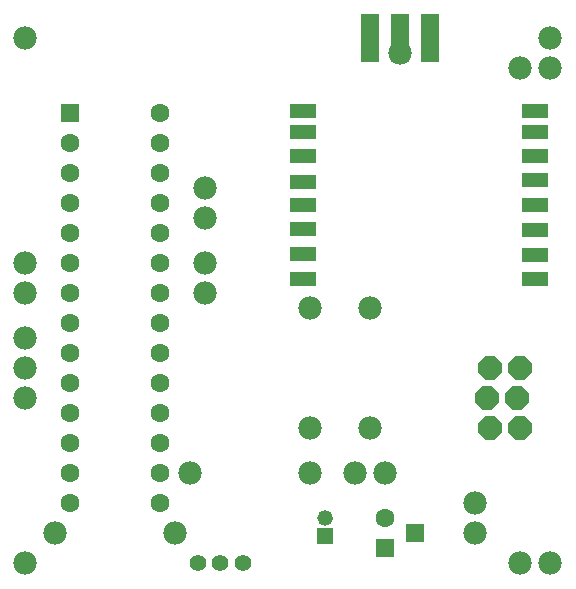
<source format=gts>
G75*
G70*
%OFA0B0*%
%FSLAX24Y24*%
%IPPOS*%
%LPD*%
%AMOC8*
5,1,8,0,0,1.08239X$1,22.5*
%
%ADD10R,0.0900X0.0460*%
%ADD11C,0.0555*%
%ADD12OC8,0.0780*%
%ADD13R,0.0640X0.1640*%
%ADD14C,0.0780*%
%ADD15R,0.0630X0.0630*%
%ADD16C,0.0630*%
%ADD17R,0.0520X0.0520*%
%ADD18C,0.0520*%
D10*
X010943Y011643D03*
X010943Y012481D03*
X010943Y013331D03*
X010943Y014118D03*
X010943Y014905D03*
X010943Y015755D03*
X010943Y016543D03*
X010943Y017268D03*
X018680Y017268D03*
X018680Y016543D03*
X018680Y015755D03*
X018680Y014968D03*
X018680Y014118D03*
X018680Y013293D03*
X018680Y012456D03*
X018680Y011668D03*
D11*
X008930Y002180D03*
X008180Y002180D03*
X007430Y002180D03*
D12*
X017080Y007680D03*
X017180Y006680D03*
X018080Y007680D03*
X018180Y006680D03*
X018180Y008680D03*
X017180Y008680D03*
D13*
X015180Y019680D03*
X014180Y019680D03*
X013180Y019680D03*
D14*
X001680Y002180D03*
X002680Y003180D03*
X006680Y003180D03*
X007180Y005180D03*
X011180Y005180D03*
X011180Y006680D03*
X012680Y005180D03*
X013680Y005180D03*
X013180Y006680D03*
X016680Y004180D03*
X016680Y003180D03*
X018180Y002180D03*
X019180Y002180D03*
X013180Y010680D03*
X011180Y010680D03*
X007680Y011180D03*
X007680Y012180D03*
X007680Y013680D03*
X007680Y014680D03*
X001680Y012180D03*
X001680Y011180D03*
X001680Y009680D03*
X001680Y008680D03*
X001680Y007680D03*
X001680Y019680D03*
X014180Y019180D03*
X018180Y018680D03*
X019180Y018680D03*
X019180Y019680D03*
D15*
X003180Y017180D03*
X014680Y003180D03*
X013680Y002680D03*
D16*
X013680Y003680D03*
X006180Y004180D03*
X006180Y005180D03*
X006180Y006180D03*
X006180Y007180D03*
X006180Y008180D03*
X006180Y009180D03*
X006180Y010180D03*
X006180Y011180D03*
X006180Y012180D03*
X006180Y013180D03*
X006180Y014180D03*
X006180Y015180D03*
X006180Y016180D03*
X006180Y017180D03*
X003180Y016180D03*
X003180Y015180D03*
X003180Y014180D03*
X003180Y013180D03*
X003180Y012180D03*
X003180Y011180D03*
X003180Y010180D03*
X003180Y009180D03*
X003180Y008180D03*
X003180Y007180D03*
X003180Y006180D03*
X003180Y005180D03*
X003180Y004180D03*
D17*
X011680Y003090D03*
D18*
X011680Y003680D03*
M02*

</source>
